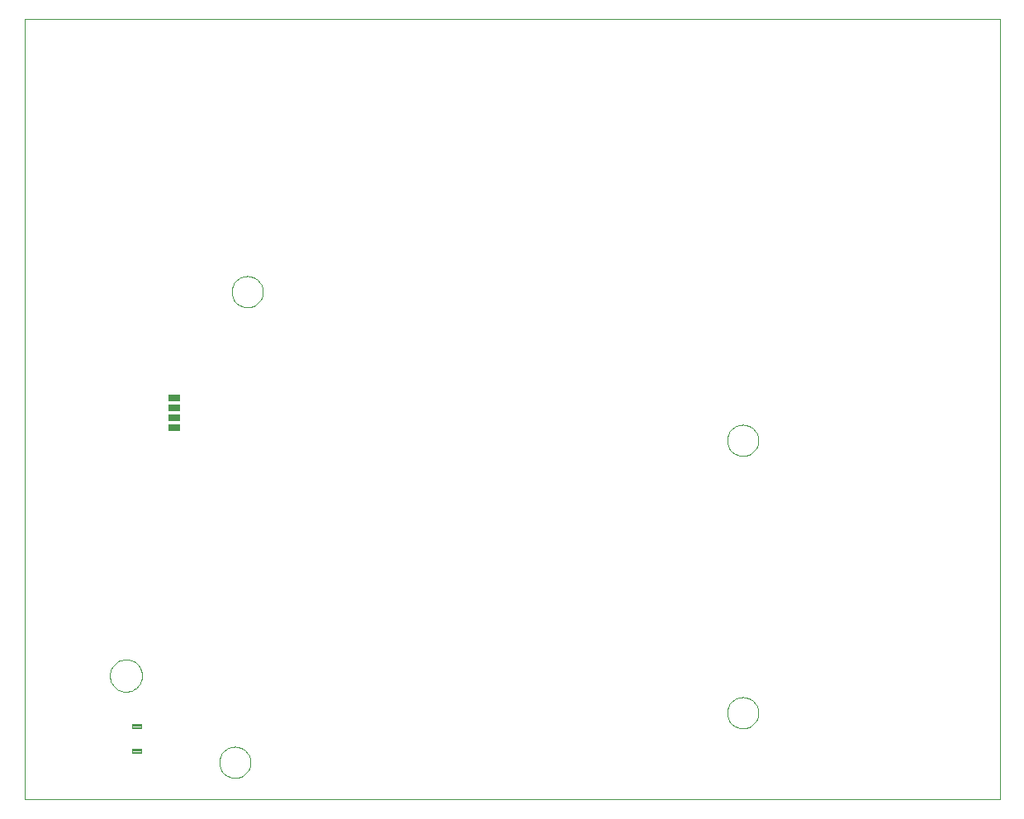
<source format=gtp>
G75*
%MOIN*%
%OFA0B0*%
%FSLAX24Y24*%
%IPPOS*%
%LPD*%
%AMOC8*
5,1,8,0,0,1.08239X$1,22.5*
%
%ADD10C,0.0000*%
%ADD11R,0.0500X0.0250*%
%ADD12C,0.0040*%
D10*
X000100Y000100D02*
X000100Y031596D01*
X039470Y031596D01*
X039470Y000100D01*
X000100Y000100D01*
X003550Y005100D02*
X003552Y005150D01*
X003558Y005200D01*
X003568Y005250D01*
X003581Y005298D01*
X003598Y005346D01*
X003619Y005392D01*
X003643Y005436D01*
X003671Y005478D01*
X003702Y005518D01*
X003736Y005555D01*
X003773Y005590D01*
X003812Y005621D01*
X003853Y005650D01*
X003897Y005675D01*
X003943Y005697D01*
X003990Y005715D01*
X004038Y005729D01*
X004087Y005740D01*
X004137Y005747D01*
X004187Y005750D01*
X004238Y005749D01*
X004288Y005744D01*
X004338Y005735D01*
X004386Y005723D01*
X004434Y005706D01*
X004480Y005686D01*
X004525Y005663D01*
X004568Y005636D01*
X004608Y005606D01*
X004646Y005573D01*
X004681Y005537D01*
X004714Y005498D01*
X004743Y005457D01*
X004769Y005414D01*
X004792Y005369D01*
X004811Y005322D01*
X004826Y005274D01*
X004838Y005225D01*
X004846Y005175D01*
X004850Y005125D01*
X004850Y005075D01*
X004846Y005025D01*
X004838Y004975D01*
X004826Y004926D01*
X004811Y004878D01*
X004792Y004831D01*
X004769Y004786D01*
X004743Y004743D01*
X004714Y004702D01*
X004681Y004663D01*
X004646Y004627D01*
X004608Y004594D01*
X004568Y004564D01*
X004525Y004537D01*
X004480Y004514D01*
X004434Y004494D01*
X004386Y004477D01*
X004338Y004465D01*
X004288Y004456D01*
X004238Y004451D01*
X004187Y004450D01*
X004137Y004453D01*
X004087Y004460D01*
X004038Y004471D01*
X003990Y004485D01*
X003943Y004503D01*
X003897Y004525D01*
X003853Y004550D01*
X003812Y004579D01*
X003773Y004610D01*
X003736Y004645D01*
X003702Y004682D01*
X003671Y004722D01*
X003643Y004764D01*
X003619Y004808D01*
X003598Y004854D01*
X003581Y004902D01*
X003568Y004950D01*
X003558Y005000D01*
X003552Y005050D01*
X003550Y005100D01*
X007970Y001600D02*
X007972Y001650D01*
X007978Y001700D01*
X007988Y001749D01*
X008002Y001797D01*
X008019Y001844D01*
X008040Y001889D01*
X008065Y001933D01*
X008093Y001974D01*
X008125Y002013D01*
X008159Y002050D01*
X008196Y002084D01*
X008236Y002114D01*
X008278Y002141D01*
X008322Y002165D01*
X008368Y002186D01*
X008415Y002202D01*
X008463Y002215D01*
X008513Y002224D01*
X008562Y002229D01*
X008613Y002230D01*
X008663Y002227D01*
X008712Y002220D01*
X008761Y002209D01*
X008809Y002194D01*
X008855Y002176D01*
X008900Y002154D01*
X008943Y002128D01*
X008984Y002099D01*
X009023Y002067D01*
X009059Y002032D01*
X009091Y001994D01*
X009121Y001954D01*
X009148Y001911D01*
X009171Y001867D01*
X009190Y001821D01*
X009206Y001773D01*
X009218Y001724D01*
X009226Y001675D01*
X009230Y001625D01*
X009230Y001575D01*
X009226Y001525D01*
X009218Y001476D01*
X009206Y001427D01*
X009190Y001379D01*
X009171Y001333D01*
X009148Y001289D01*
X009121Y001246D01*
X009091Y001206D01*
X009059Y001168D01*
X009023Y001133D01*
X008984Y001101D01*
X008943Y001072D01*
X008900Y001046D01*
X008855Y001024D01*
X008809Y001006D01*
X008761Y000991D01*
X008712Y000980D01*
X008663Y000973D01*
X008613Y000970D01*
X008562Y000971D01*
X008513Y000976D01*
X008463Y000985D01*
X008415Y000998D01*
X008368Y001014D01*
X008322Y001035D01*
X008278Y001059D01*
X008236Y001086D01*
X008196Y001116D01*
X008159Y001150D01*
X008125Y001187D01*
X008093Y001226D01*
X008065Y001267D01*
X008040Y001311D01*
X008019Y001356D01*
X008002Y001403D01*
X007988Y001451D01*
X007978Y001500D01*
X007972Y001550D01*
X007970Y001600D01*
X028470Y003600D02*
X028472Y003650D01*
X028478Y003700D01*
X028488Y003749D01*
X028502Y003797D01*
X028519Y003844D01*
X028540Y003889D01*
X028565Y003933D01*
X028593Y003974D01*
X028625Y004013D01*
X028659Y004050D01*
X028696Y004084D01*
X028736Y004114D01*
X028778Y004141D01*
X028822Y004165D01*
X028868Y004186D01*
X028915Y004202D01*
X028963Y004215D01*
X029013Y004224D01*
X029062Y004229D01*
X029113Y004230D01*
X029163Y004227D01*
X029212Y004220D01*
X029261Y004209D01*
X029309Y004194D01*
X029355Y004176D01*
X029400Y004154D01*
X029443Y004128D01*
X029484Y004099D01*
X029523Y004067D01*
X029559Y004032D01*
X029591Y003994D01*
X029621Y003954D01*
X029648Y003911D01*
X029671Y003867D01*
X029690Y003821D01*
X029706Y003773D01*
X029718Y003724D01*
X029726Y003675D01*
X029730Y003625D01*
X029730Y003575D01*
X029726Y003525D01*
X029718Y003476D01*
X029706Y003427D01*
X029690Y003379D01*
X029671Y003333D01*
X029648Y003289D01*
X029621Y003246D01*
X029591Y003206D01*
X029559Y003168D01*
X029523Y003133D01*
X029484Y003101D01*
X029443Y003072D01*
X029400Y003046D01*
X029355Y003024D01*
X029309Y003006D01*
X029261Y002991D01*
X029212Y002980D01*
X029163Y002973D01*
X029113Y002970D01*
X029062Y002971D01*
X029013Y002976D01*
X028963Y002985D01*
X028915Y002998D01*
X028868Y003014D01*
X028822Y003035D01*
X028778Y003059D01*
X028736Y003086D01*
X028696Y003116D01*
X028659Y003150D01*
X028625Y003187D01*
X028593Y003226D01*
X028565Y003267D01*
X028540Y003311D01*
X028519Y003356D01*
X028502Y003403D01*
X028488Y003451D01*
X028478Y003500D01*
X028472Y003550D01*
X028470Y003600D01*
X028470Y014600D02*
X028472Y014650D01*
X028478Y014700D01*
X028488Y014749D01*
X028502Y014797D01*
X028519Y014844D01*
X028540Y014889D01*
X028565Y014933D01*
X028593Y014974D01*
X028625Y015013D01*
X028659Y015050D01*
X028696Y015084D01*
X028736Y015114D01*
X028778Y015141D01*
X028822Y015165D01*
X028868Y015186D01*
X028915Y015202D01*
X028963Y015215D01*
X029013Y015224D01*
X029062Y015229D01*
X029113Y015230D01*
X029163Y015227D01*
X029212Y015220D01*
X029261Y015209D01*
X029309Y015194D01*
X029355Y015176D01*
X029400Y015154D01*
X029443Y015128D01*
X029484Y015099D01*
X029523Y015067D01*
X029559Y015032D01*
X029591Y014994D01*
X029621Y014954D01*
X029648Y014911D01*
X029671Y014867D01*
X029690Y014821D01*
X029706Y014773D01*
X029718Y014724D01*
X029726Y014675D01*
X029730Y014625D01*
X029730Y014575D01*
X029726Y014525D01*
X029718Y014476D01*
X029706Y014427D01*
X029690Y014379D01*
X029671Y014333D01*
X029648Y014289D01*
X029621Y014246D01*
X029591Y014206D01*
X029559Y014168D01*
X029523Y014133D01*
X029484Y014101D01*
X029443Y014072D01*
X029400Y014046D01*
X029355Y014024D01*
X029309Y014006D01*
X029261Y013991D01*
X029212Y013980D01*
X029163Y013973D01*
X029113Y013970D01*
X029062Y013971D01*
X029013Y013976D01*
X028963Y013985D01*
X028915Y013998D01*
X028868Y014014D01*
X028822Y014035D01*
X028778Y014059D01*
X028736Y014086D01*
X028696Y014116D01*
X028659Y014150D01*
X028625Y014187D01*
X028593Y014226D01*
X028565Y014267D01*
X028540Y014311D01*
X028519Y014356D01*
X028502Y014403D01*
X028488Y014451D01*
X028478Y014500D01*
X028472Y014550D01*
X028470Y014600D01*
X008470Y020600D02*
X008472Y020650D01*
X008478Y020700D01*
X008488Y020749D01*
X008502Y020797D01*
X008519Y020844D01*
X008540Y020889D01*
X008565Y020933D01*
X008593Y020974D01*
X008625Y021013D01*
X008659Y021050D01*
X008696Y021084D01*
X008736Y021114D01*
X008778Y021141D01*
X008822Y021165D01*
X008868Y021186D01*
X008915Y021202D01*
X008963Y021215D01*
X009013Y021224D01*
X009062Y021229D01*
X009113Y021230D01*
X009163Y021227D01*
X009212Y021220D01*
X009261Y021209D01*
X009309Y021194D01*
X009355Y021176D01*
X009400Y021154D01*
X009443Y021128D01*
X009484Y021099D01*
X009523Y021067D01*
X009559Y021032D01*
X009591Y020994D01*
X009621Y020954D01*
X009648Y020911D01*
X009671Y020867D01*
X009690Y020821D01*
X009706Y020773D01*
X009718Y020724D01*
X009726Y020675D01*
X009730Y020625D01*
X009730Y020575D01*
X009726Y020525D01*
X009718Y020476D01*
X009706Y020427D01*
X009690Y020379D01*
X009671Y020333D01*
X009648Y020289D01*
X009621Y020246D01*
X009591Y020206D01*
X009559Y020168D01*
X009523Y020133D01*
X009484Y020101D01*
X009443Y020072D01*
X009400Y020046D01*
X009355Y020024D01*
X009309Y020006D01*
X009261Y019991D01*
X009212Y019980D01*
X009163Y019973D01*
X009113Y019970D01*
X009062Y019971D01*
X009013Y019976D01*
X008963Y019985D01*
X008915Y019998D01*
X008868Y020014D01*
X008822Y020035D01*
X008778Y020059D01*
X008736Y020086D01*
X008696Y020116D01*
X008659Y020150D01*
X008625Y020187D01*
X008593Y020226D01*
X008565Y020267D01*
X008540Y020311D01*
X008519Y020356D01*
X008502Y020403D01*
X008488Y020451D01*
X008478Y020500D01*
X008472Y020550D01*
X008470Y020600D01*
D11*
X006160Y016300D03*
X006160Y015910D03*
X006160Y015510D03*
X006160Y015100D03*
D12*
X004800Y002990D02*
X004440Y002990D01*
X004440Y003150D01*
X004800Y003150D01*
X004800Y002990D01*
X004800Y003029D02*
X004440Y003029D01*
X004440Y003068D02*
X004800Y003068D01*
X004800Y003107D02*
X004440Y003107D01*
X004440Y003146D02*
X004800Y003146D01*
X004800Y001990D02*
X004440Y001990D01*
X004440Y002150D01*
X004800Y002150D01*
X004800Y001990D01*
X004800Y002029D02*
X004440Y002029D01*
X004440Y002068D02*
X004800Y002068D01*
X004800Y002107D02*
X004440Y002107D01*
X004440Y002146D02*
X004800Y002146D01*
M02*

</source>
